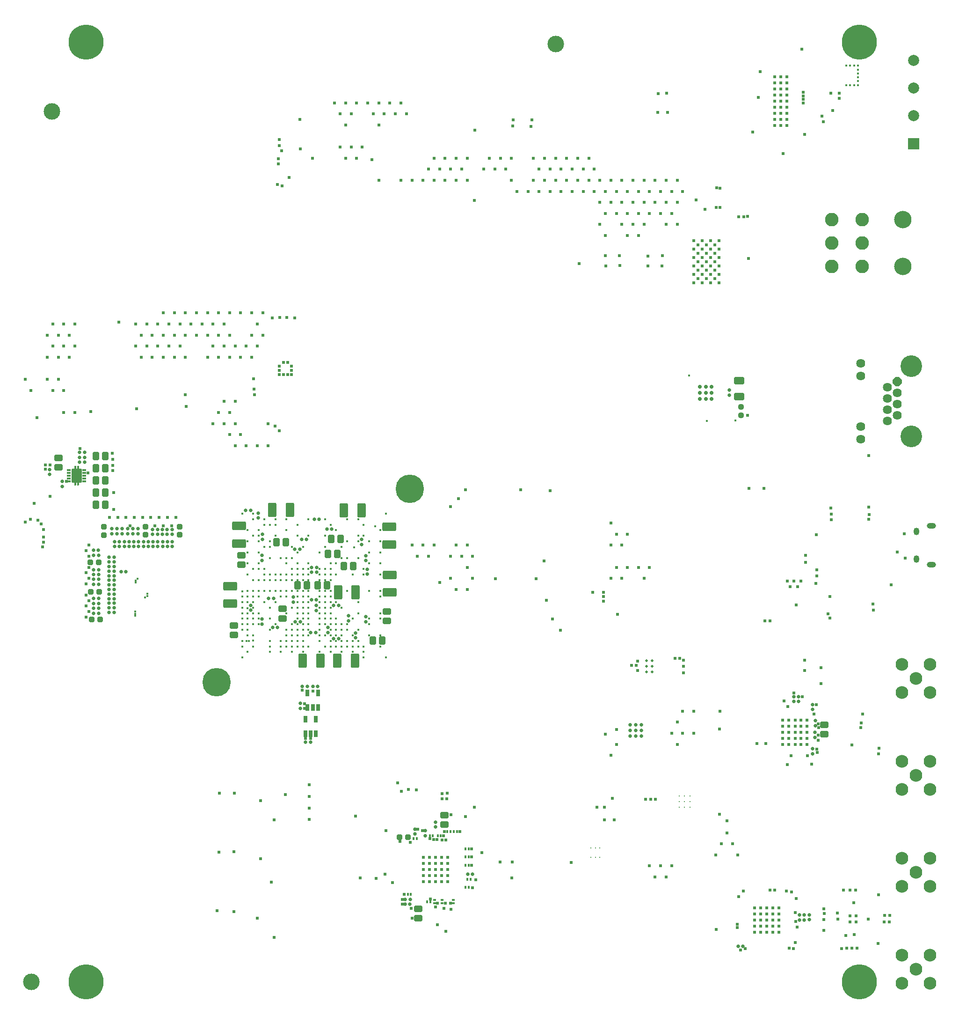
<source format=gbs>
G04*
G04 #@! TF.GenerationSoftware,Altium Limited,Altium Designer,20.1.11 (218)*
G04*
G04 Layer_Color=16711935*
%FSLAX24Y24*%
%MOIN*%
G70*
G04*
G04 #@! TF.SameCoordinates,C20E3654-7A5B-4E15-AF0D-48D46733EB80*
G04*
G04*
G04 #@! TF.FilePolarity,Negative*
G04*
G01*
G75*
G04:AMPARAMS|DCode=108|XSize=24mil|YSize=24mil|CornerRadius=8mil|HoleSize=0mil|Usage=FLASHONLY|Rotation=180.000|XOffset=0mil|YOffset=0mil|HoleType=Round|Shape=RoundedRectangle|*
%AMROUNDEDRECTD108*
21,1,0.0240,0.0080,0,0,180.0*
21,1,0.0080,0.0240,0,0,180.0*
1,1,0.0160,-0.0040,0.0040*
1,1,0.0160,0.0040,0.0040*
1,1,0.0160,0.0040,-0.0040*
1,1,0.0160,-0.0040,-0.0040*
%
%ADD108ROUNDEDRECTD108*%
G04:AMPARAMS|DCode=110|XSize=24mil|YSize=24mil|CornerRadius=8mil|HoleSize=0mil|Usage=FLASHONLY|Rotation=90.000|XOffset=0mil|YOffset=0mil|HoleType=Round|Shape=RoundedRectangle|*
%AMROUNDEDRECTD110*
21,1,0.0240,0.0080,0,0,90.0*
21,1,0.0080,0.0240,0,0,90.0*
1,1,0.0160,0.0040,0.0040*
1,1,0.0160,0.0040,-0.0040*
1,1,0.0160,-0.0040,-0.0040*
1,1,0.0160,-0.0040,0.0040*
%
%ADD110ROUNDEDRECTD110*%
G04:AMPARAMS|DCode=115|XSize=59mil|YSize=47mil|CornerRadius=10mil|HoleSize=0mil|Usage=FLASHONLY|Rotation=90.000|XOffset=0mil|YOffset=0mil|HoleType=Round|Shape=RoundedRectangle|*
%AMROUNDEDRECTD115*
21,1,0.0590,0.0271,0,0,90.0*
21,1,0.0391,0.0470,0,0,90.0*
1,1,0.0199,0.0135,0.0195*
1,1,0.0199,0.0135,-0.0195*
1,1,0.0199,-0.0135,-0.0195*
1,1,0.0199,-0.0135,0.0195*
%
%ADD115ROUNDEDRECTD115*%
G04:AMPARAMS|DCode=120|XSize=102.4mil|YSize=63.1mil|CornerRadius=13.8mil|HoleSize=0mil|Usage=FLASHONLY|Rotation=0.000|XOffset=0mil|YOffset=0mil|HoleType=Round|Shape=RoundedRectangle|*
%AMROUNDEDRECTD120*
21,1,0.1024,0.0354,0,0,0.0*
21,1,0.0748,0.0631,0,0,0.0*
1,1,0.0276,0.0374,-0.0177*
1,1,0.0276,-0.0374,-0.0177*
1,1,0.0276,-0.0374,0.0177*
1,1,0.0276,0.0374,0.0177*
%
%ADD120ROUNDEDRECTD120*%
G04:AMPARAMS|DCode=122|XSize=39mil|YSize=38mil|CornerRadius=8mil|HoleSize=0mil|Usage=FLASHONLY|Rotation=180.000|XOffset=0mil|YOffset=0mil|HoleType=Round|Shape=RoundedRectangle|*
%AMROUNDEDRECTD122*
21,1,0.0390,0.0221,0,0,180.0*
21,1,0.0231,0.0380,0,0,180.0*
1,1,0.0159,-0.0116,0.0111*
1,1,0.0159,0.0116,0.0111*
1,1,0.0159,0.0116,-0.0111*
1,1,0.0159,-0.0116,-0.0111*
%
%ADD122ROUNDEDRECTD122*%
G04:AMPARAMS|DCode=123|XSize=102.4mil|YSize=63.1mil|CornerRadius=13.8mil|HoleSize=0mil|Usage=FLASHONLY|Rotation=270.000|XOffset=0mil|YOffset=0mil|HoleType=Round|Shape=RoundedRectangle|*
%AMROUNDEDRECTD123*
21,1,0.1024,0.0354,0,0,270.0*
21,1,0.0748,0.0631,0,0,270.0*
1,1,0.0276,-0.0177,-0.0374*
1,1,0.0276,-0.0177,0.0374*
1,1,0.0276,0.0177,0.0374*
1,1,0.0276,0.0177,-0.0374*
%
%ADD123ROUNDEDRECTD123*%
G04:AMPARAMS|DCode=133|XSize=75mil|YSize=51mil|CornerRadius=10mil|HoleSize=0mil|Usage=FLASHONLY|Rotation=0.000|XOffset=0mil|YOffset=0mil|HoleType=Round|Shape=RoundedRectangle|*
%AMROUNDEDRECTD133*
21,1,0.0750,0.0310,0,0,0.0*
21,1,0.0550,0.0510,0,0,0.0*
1,1,0.0200,0.0275,-0.0155*
1,1,0.0200,-0.0275,-0.0155*
1,1,0.0200,-0.0275,0.0155*
1,1,0.0200,0.0275,0.0155*
%
%ADD133ROUNDEDRECTD133*%
G04:AMPARAMS|DCode=141|XSize=59mil|YSize=47mil|CornerRadius=10mil|HoleSize=0mil|Usage=FLASHONLY|Rotation=0.000|XOffset=0mil|YOffset=0mil|HoleType=Round|Shape=RoundedRectangle|*
%AMROUNDEDRECTD141*
21,1,0.0590,0.0271,0,0,0.0*
21,1,0.0391,0.0470,0,0,0.0*
1,1,0.0199,0.0195,-0.0135*
1,1,0.0199,-0.0195,-0.0135*
1,1,0.0199,-0.0195,0.0135*
1,1,0.0199,0.0195,0.0135*
%
%ADD141ROUNDEDRECTD141*%
G04:AMPARAMS|DCode=156|XSize=39mil|YSize=38mil|CornerRadius=11mil|HoleSize=0mil|Usage=FLASHONLY|Rotation=270.000|XOffset=0mil|YOffset=0mil|HoleType=Round|Shape=RoundedRectangle|*
%AMROUNDEDRECTD156*
21,1,0.0390,0.0160,0,0,270.0*
21,1,0.0170,0.0380,0,0,270.0*
1,1,0.0220,-0.0080,-0.0085*
1,1,0.0220,-0.0080,0.0085*
1,1,0.0220,0.0080,0.0085*
1,1,0.0220,0.0080,-0.0085*
%
%ADD156ROUNDEDRECTD156*%
%ADD179C,0.1181*%
%ADD183R,0.0790X0.0790*%
%ADD184C,0.0790*%
%ADD185C,0.2496*%
%ADD186C,0.0906*%
%ADD187C,0.2024*%
%ADD188C,0.1240*%
%ADD189C,0.0970*%
%ADD190C,0.0276*%
G04:AMPARAMS|DCode=191|XSize=41.3mil|YSize=65mil|CornerRadius=20.7mil|HoleSize=0mil|Usage=FLASHONLY|Rotation=270.000|XOffset=0mil|YOffset=0mil|HoleType=Round|Shape=RoundedRectangle|*
%AMROUNDEDRECTD191*
21,1,0.0413,0.0236,0,0,270.0*
21,1,0.0000,0.0650,0,0,270.0*
1,1,0.0413,-0.0118,0.0000*
1,1,0.0413,-0.0118,0.0000*
1,1,0.0413,0.0118,0.0000*
1,1,0.0413,0.0118,0.0000*
%
%ADD191ROUNDEDRECTD191*%
G04:AMPARAMS|DCode=192|XSize=53.1mil|YSize=41.3mil|CornerRadius=20.7mil|HoleSize=0mil|Usage=FLASHONLY|Rotation=270.000|XOffset=0mil|YOffset=0mil|HoleType=Round|Shape=RoundedRectangle|*
%AMROUNDEDRECTD192*
21,1,0.0531,0.0000,0,0,270.0*
21,1,0.0118,0.0413,0,0,270.0*
1,1,0.0413,0.0000,-0.0059*
1,1,0.0413,0.0000,0.0059*
1,1,0.0413,0.0000,0.0059*
1,1,0.0413,0.0000,-0.0059*
%
%ADD192ROUNDEDRECTD192*%
%ADD193C,0.0640*%
%ADD194P,0.0693X8X112.5*%
%ADD195C,0.1540*%
%ADD196C,0.0237*%
%ADD197C,0.0160*%
%ADD198C,0.0240*%
%ADD199C,0.0118*%
%ADD200C,0.0260*%
%ADD201C,0.0197*%
%ADD290R,0.0291X0.0469*%
G04:AMPARAMS|DCode=291|XSize=100mil|YSize=70.5mil|CornerRadius=4.4mil|HoleSize=0mil|Usage=FLASHONLY|Rotation=90.000|XOffset=0mil|YOffset=0mil|HoleType=Round|Shape=RoundedRectangle|*
%AMROUNDEDRECTD291*
21,1,0.1000,0.0617,0,0,90.0*
21,1,0.0912,0.0705,0,0,90.0*
1,1,0.0088,0.0309,0.0456*
1,1,0.0088,0.0309,-0.0456*
1,1,0.0088,-0.0309,-0.0456*
1,1,0.0088,-0.0309,0.0456*
%
%ADD291ROUNDEDRECTD291*%
G04:AMPARAMS|DCode=292|XSize=15mil|YSize=29.1mil|CornerRadius=4.7mil|HoleSize=0mil|Usage=FLASHONLY|Rotation=90.000|XOffset=0mil|YOffset=0mil|HoleType=Round|Shape=RoundedRectangle|*
%AMROUNDEDRECTD292*
21,1,0.0150,0.0197,0,0,90.0*
21,1,0.0056,0.0291,0,0,90.0*
1,1,0.0094,0.0099,0.0028*
1,1,0.0094,0.0099,-0.0028*
1,1,0.0094,-0.0099,-0.0028*
1,1,0.0094,-0.0099,0.0028*
%
%ADD292ROUNDEDRECTD292*%
G04:AMPARAMS|DCode=293|XSize=39mil|YSize=38mil|CornerRadius=8mil|HoleSize=0mil|Usage=FLASHONLY|Rotation=90.000|XOffset=0mil|YOffset=0mil|HoleType=Round|Shape=RoundedRectangle|*
%AMROUNDEDRECTD293*
21,1,0.0390,0.0221,0,0,90.0*
21,1,0.0231,0.0380,0,0,90.0*
1,1,0.0159,0.0111,0.0116*
1,1,0.0159,0.0111,-0.0116*
1,1,0.0159,-0.0111,-0.0116*
1,1,0.0159,-0.0111,0.0116*
%
%ADD293ROUNDEDRECTD293*%
%ADD294R,0.0160X0.0220*%
%ADD295R,0.0220X0.0160*%
G36*
X5379Y38725D02*
X5380D01*
X5381Y38725D01*
X5382Y38725D01*
X5383Y38725D01*
X5384Y38725D01*
X5385Y38724D01*
X5386Y38724D01*
X5387Y38724D01*
X5388Y38723D01*
X5395Y38720D01*
X5396Y38720D01*
X5397Y38720D01*
X5398Y38719D01*
X5399Y38718D01*
X5400Y38718D01*
X5401Y38717D01*
X5402Y38717D01*
X5403Y38716D01*
X5403Y38715D01*
X5404Y38714D01*
X5410Y38709D01*
X5410Y38708D01*
X5411Y38707D01*
X5412Y38706D01*
X5413Y38706D01*
X5413Y38705D01*
X5414Y38704D01*
X5414Y38703D01*
X5415Y38702D01*
X5415Y38701D01*
X5416Y38700D01*
X5419Y38693D01*
X5419Y38692D01*
X5419Y38691D01*
X5420Y38690D01*
X5420Y38689D01*
X5420Y38688D01*
X5420Y38686D01*
X5421Y38685D01*
X5421Y38684D01*
Y38683D01*
X5421Y38682D01*
Y38678D01*
Y37379D01*
Y37375D01*
X5421Y37374D01*
Y37373D01*
X5421Y37372D01*
X5420Y37371D01*
X5420Y37370D01*
X5420Y37369D01*
X5420Y37368D01*
X5419Y37367D01*
X5419Y37366D01*
X5419Y37365D01*
X5416Y37357D01*
X5415Y37356D01*
X5415Y37355D01*
X5414Y37354D01*
X5414Y37353D01*
X5413Y37353D01*
X5413Y37352D01*
X5412Y37351D01*
X5411Y37350D01*
X5410Y37349D01*
X5410Y37348D01*
X5404Y37343D01*
X5403Y37342D01*
X5403Y37341D01*
X5402Y37341D01*
X5401Y37340D01*
X5400Y37339D01*
X5399Y37339D01*
X5398Y37338D01*
X5397Y37338D01*
X5396Y37337D01*
X5395Y37337D01*
X5388Y37334D01*
X5387Y37333D01*
X5386Y37333D01*
X5385Y37333D01*
X5384Y37332D01*
X5383Y37332D01*
X5382Y37332D01*
X5381Y37332D01*
X5380Y37332D01*
X5378D01*
X5377Y37332D01*
X5311D01*
X5309Y37332D01*
X5308D01*
X5307Y37332D01*
X5306Y37332D01*
X5305Y37332D01*
X5304Y37332D01*
X5303Y37333D01*
X5302Y37333D01*
X5301Y37333D01*
X5300Y37334D01*
X5293Y37337D01*
X5292Y37337D01*
X5291Y37338D01*
X5290Y37338D01*
X5289Y37339D01*
X5288Y37339D01*
X5287Y37340D01*
X5286Y37341D01*
X5285Y37341D01*
X5285Y37342D01*
X5284Y37343D01*
X5278Y37348D01*
X5278Y37349D01*
X5277Y37350D01*
X5276Y37351D01*
X5275Y37352D01*
X5275Y37353D01*
X5274Y37353D01*
X5274Y37354D01*
X5273Y37355D01*
X5273Y37356D01*
X5272Y37357D01*
X5269Y37365D01*
X5269Y37366D01*
X5268Y37367D01*
X5268Y37368D01*
X5268Y37369D01*
X5268Y37370D01*
X5267Y37371D01*
X5267Y37372D01*
X5267Y37373D01*
Y37374D01*
X5267Y37375D01*
Y37379D01*
Y38678D01*
Y38682D01*
X5267Y38683D01*
Y38684D01*
X5267Y38685D01*
X5267Y38686D01*
X5268Y38688D01*
X5268Y38689D01*
X5268Y38690D01*
X5268Y38691D01*
X5269Y38692D01*
X5269Y38693D01*
X5272Y38700D01*
X5273Y38701D01*
X5273Y38702D01*
X5274Y38703D01*
X5274Y38704D01*
X5275Y38705D01*
X5275Y38706D01*
X5276Y38706D01*
X5277Y38707D01*
X5277Y38708D01*
X5278Y38709D01*
X5284Y38714D01*
X5285Y38715D01*
X5285Y38716D01*
X5286Y38717D01*
X5287Y38717D01*
X5288Y38718D01*
X5289Y38718D01*
X5290Y38719D01*
X5291Y38720D01*
X5292Y38720D01*
X5293Y38720D01*
X5300Y38723D01*
X5301Y38724D01*
X5302Y38724D01*
X5303Y38724D01*
X5304Y38725D01*
X5305Y38725D01*
X5306Y38725D01*
X5307Y38725D01*
X5308Y38725D01*
X5309D01*
X5311Y38726D01*
X5377D01*
X5379Y38725D01*
D02*
G37*
G36*
X5182D02*
X5183D01*
X5184Y38725D01*
X5185Y38725D01*
X5186Y38725D01*
X5187Y38725D01*
X5188Y38724D01*
X5189Y38724D01*
X5190Y38724D01*
X5191Y38723D01*
X5198Y38720D01*
X5199Y38720D01*
X5200Y38720D01*
X5201Y38719D01*
X5202Y38718D01*
X5203Y38718D01*
X5204Y38717D01*
X5205Y38717D01*
X5206Y38716D01*
X5207Y38715D01*
X5207Y38714D01*
X5213Y38709D01*
X5214Y38708D01*
X5214Y38707D01*
X5215Y38706D01*
X5216Y38706D01*
X5216Y38705D01*
X5217Y38704D01*
X5217Y38703D01*
X5218Y38702D01*
X5218Y38701D01*
X5219Y38700D01*
X5222Y38693D01*
X5222Y38692D01*
X5223Y38691D01*
X5223Y38690D01*
X5223Y38689D01*
X5223Y38688D01*
X5224Y38686D01*
X5224Y38685D01*
X5224Y38684D01*
Y38683D01*
X5224Y38682D01*
Y38678D01*
Y37379D01*
Y37375D01*
X5224Y37374D01*
Y37373D01*
X5224Y37372D01*
X5224Y37371D01*
X5223Y37370D01*
X5223Y37369D01*
X5223Y37368D01*
X5223Y37367D01*
X5222Y37366D01*
X5222Y37365D01*
X5219Y37357D01*
X5218Y37356D01*
X5218Y37355D01*
X5217Y37354D01*
X5217Y37353D01*
X5216Y37353D01*
X5216Y37352D01*
X5215Y37351D01*
X5214Y37350D01*
X5214Y37349D01*
X5213Y37348D01*
X5207Y37343D01*
X5207Y37342D01*
X5206Y37341D01*
X5205Y37341D01*
X5204Y37340D01*
X5203Y37339D01*
X5202Y37339D01*
X5201Y37338D01*
X5200Y37338D01*
X5199Y37337D01*
X5198Y37337D01*
X5191Y37334D01*
X5190Y37333D01*
X5189Y37333D01*
X5188Y37333D01*
X5187Y37332D01*
X5186Y37332D01*
X5185Y37332D01*
X5184Y37332D01*
X5183Y37332D01*
X5182D01*
X5181Y37332D01*
X5114D01*
X5113Y37332D01*
X5112D01*
X5110Y37332D01*
X5109Y37332D01*
X5108Y37332D01*
X5107Y37332D01*
X5106Y37333D01*
X5105Y37333D01*
X5104Y37333D01*
X5103Y37334D01*
X5096Y37337D01*
X5095Y37337D01*
X5094Y37338D01*
X5093Y37338D01*
X5092Y37339D01*
X5091Y37339D01*
X5090Y37340D01*
X5089Y37341D01*
X5088Y37341D01*
X5088Y37342D01*
X5087Y37343D01*
X5081Y37348D01*
X5081Y37349D01*
X5080Y37350D01*
X5079Y37351D01*
X5079Y37352D01*
X5078Y37353D01*
X5077Y37353D01*
X5077Y37354D01*
X5076Y37355D01*
X5076Y37356D01*
X5075Y37357D01*
X5072Y37365D01*
X5072Y37366D01*
X5072Y37367D01*
X5071Y37368D01*
X5071Y37369D01*
X5071Y37370D01*
X5071Y37371D01*
X5071Y37372D01*
X5070Y37373D01*
Y37374D01*
X5070Y37375D01*
Y37379D01*
Y38678D01*
Y38682D01*
X5070Y38683D01*
Y38684D01*
X5071Y38685D01*
X5071Y38686D01*
X5071Y38688D01*
X5071Y38689D01*
X5071Y38690D01*
X5072Y38691D01*
X5072Y38692D01*
X5072Y38693D01*
X5075Y38700D01*
X5076Y38701D01*
X5076Y38702D01*
X5077Y38703D01*
X5077Y38704D01*
X5078Y38705D01*
X5079Y38706D01*
X5079Y38706D01*
X5080Y38707D01*
X5081Y38708D01*
X5081Y38709D01*
X5087Y38714D01*
X5088Y38715D01*
X5088Y38716D01*
X5089Y38717D01*
X5090Y38717D01*
X5091Y38718D01*
X5092Y38718D01*
X5093Y38719D01*
X5094Y38720D01*
X5095Y38720D01*
X5096Y38720D01*
X5103Y38723D01*
X5104Y38724D01*
X5105Y38724D01*
X5106Y38724D01*
X5107Y38725D01*
X5108Y38725D01*
X5109Y38725D01*
X5110Y38725D01*
X5112Y38725D01*
X5113D01*
X5114Y38726D01*
X5181D01*
X5182Y38725D01*
D02*
G37*
D108*
X57452Y6411D02*
D03*
Y6761D02*
D03*
X30097Y12749D02*
D03*
Y12399D02*
D03*
X9663Y33320D02*
D03*
Y32970D02*
D03*
X9321D02*
D03*
Y33320D02*
D03*
X12057Y32970D02*
D03*
Y33320D02*
D03*
X10005Y32970D02*
D03*
Y33320D02*
D03*
X10347D02*
D03*
Y32970D02*
D03*
X10689Y33320D02*
D03*
Y32970D02*
D03*
X11031Y33320D02*
D03*
Y32970D02*
D03*
X8979Y33320D02*
D03*
Y32970D02*
D03*
X11373Y33320D02*
D03*
Y32970D02*
D03*
X11715D02*
D03*
Y33320D02*
D03*
X8637Y32970D02*
D03*
Y33320D02*
D03*
X21195Y21456D02*
D03*
Y21806D02*
D03*
X8879Y33896D02*
D03*
Y34246D02*
D03*
X9618Y33896D02*
D03*
Y34246D02*
D03*
X8496Y33896D02*
D03*
Y34246D02*
D03*
X7732Y33896D02*
D03*
Y34246D02*
D03*
X8114Y33896D02*
D03*
Y34246D02*
D03*
X9261Y33896D02*
D03*
Y34246D02*
D03*
X3328Y38111D02*
D03*
Y38461D02*
D03*
X4220Y37602D02*
D03*
Y37252D02*
D03*
X11349Y33849D02*
D03*
Y34199D02*
D03*
X7953Y33320D02*
D03*
Y32970D02*
D03*
X11698Y34199D02*
D03*
Y33849D02*
D03*
X12061Y34200D02*
D03*
Y33850D02*
D03*
X8295Y33320D02*
D03*
Y32970D02*
D03*
X11000Y34199D02*
D03*
Y33849D02*
D03*
X10652Y34199D02*
D03*
Y33849D02*
D03*
X18170Y35364D02*
D03*
Y35014D02*
D03*
X25864Y27978D02*
D03*
Y27628D02*
D03*
X25556Y33135D02*
D03*
Y33485D02*
D03*
X25848Y31978D02*
D03*
Y32329D02*
D03*
X25938Y31368D02*
D03*
Y31018D02*
D03*
X18492Y33491D02*
D03*
Y33841D02*
D03*
X18452Y31990D02*
D03*
Y32340D02*
D03*
X17658Y28790D02*
D03*
Y28440D02*
D03*
X20697Y29035D02*
D03*
Y29385D02*
D03*
X22325Y28777D02*
D03*
Y28427D02*
D03*
X18458Y27817D02*
D03*
Y27467D02*
D03*
X23144Y27208D02*
D03*
Y26858D02*
D03*
X25121Y26478D02*
D03*
Y26828D02*
D03*
X24605Y27699D02*
D03*
Y28049D02*
D03*
X51744Y44106D02*
D03*
Y43756D02*
D03*
X57681Y18581D02*
D03*
Y18231D02*
D03*
X57688Y21381D02*
D03*
Y21731D02*
D03*
X56698Y21941D02*
D03*
Y22291D02*
D03*
X56336Y22289D02*
D03*
Y21939D02*
D03*
X57864Y19397D02*
D03*
Y19747D02*
D03*
X57871Y20572D02*
D03*
Y20222D02*
D03*
X30830Y13352D02*
D03*
Y13002D02*
D03*
X29341Y12862D02*
D03*
Y12512D02*
D03*
D110*
X52366Y4510D02*
D03*
X52716D02*
D03*
X56748Y6761D02*
D03*
X57098D02*
D03*
X56748Y6400D02*
D03*
X57098D02*
D03*
X28997Y7514D02*
D03*
X28647D02*
D03*
X21677Y23009D02*
D03*
X21327D02*
D03*
X22079Y23021D02*
D03*
X22429D02*
D03*
X21549Y19043D02*
D03*
X21899D02*
D03*
X5808Y39691D02*
D03*
X5458D02*
D03*
X5808Y38972D02*
D03*
X5458D02*
D03*
Y39331D02*
D03*
X5808D02*
D03*
X7903Y31227D02*
D03*
X7553D02*
D03*
Y28288D02*
D03*
X7903D02*
D03*
X7553Y29595D02*
D03*
X7903D02*
D03*
X7553Y28615D02*
D03*
X7903D02*
D03*
X7553Y32207D02*
D03*
X7903D02*
D03*
Y28941D02*
D03*
X7553D02*
D03*
Y29268D02*
D03*
X7903D02*
D03*
X8753Y31186D02*
D03*
X8403D02*
D03*
X7553Y31880D02*
D03*
X7903D02*
D03*
X7553Y31554D02*
D03*
X7903D02*
D03*
Y30901D02*
D03*
X7553D02*
D03*
Y30574D02*
D03*
X7903D02*
D03*
Y30248D02*
D03*
X7553D02*
D03*
X7903Y29921D02*
D03*
X7553D02*
D03*
X6448Y32715D02*
D03*
X6798D02*
D03*
X6454Y32358D02*
D03*
X6804D02*
D03*
X6451Y31327D02*
D03*
X6801D02*
D03*
X6455Y30988D02*
D03*
X6805D02*
D03*
X6455Y30642D02*
D03*
X6805D02*
D03*
X6452Y30296D02*
D03*
X6802D02*
D03*
X6455Y28229D02*
D03*
X6805D02*
D03*
X6455Y28576D02*
D03*
X6805D02*
D03*
X6455Y28921D02*
D03*
X6805D02*
D03*
X6453Y29275D02*
D03*
X6803D02*
D03*
X17295Y35553D02*
D03*
X17645D02*
D03*
X22528Y34905D02*
D03*
X22178D02*
D03*
X23423Y34221D02*
D03*
X23073D02*
D03*
X22340Y31499D02*
D03*
X21990D02*
D03*
X21983Y31142D02*
D03*
X22333D02*
D03*
X21140Y32769D02*
D03*
X20790D02*
D03*
X21974Y29170D02*
D03*
X22324D02*
D03*
X23909Y28784D02*
D03*
X23559D02*
D03*
X19279Y29288D02*
D03*
X18929D02*
D03*
X19201Y27223D02*
D03*
X19551D02*
D03*
X21174Y27624D02*
D03*
X20824D02*
D03*
X22279Y26846D02*
D03*
X21929D02*
D03*
X23912Y26428D02*
D03*
X23562D02*
D03*
X21630Y33476D02*
D03*
X21280D02*
D03*
X29001Y7867D02*
D03*
X28651D02*
D03*
X33461Y9637D02*
D03*
X33111D02*
D03*
D115*
X6602Y39403D02*
D03*
X7272D02*
D03*
X6603Y35945D02*
D03*
X7273D02*
D03*
X6602Y38543D02*
D03*
X7272D02*
D03*
X6602Y37684D02*
D03*
X7272D02*
D03*
X6602Y36825D02*
D03*
X7272D02*
D03*
X23820Y32449D02*
D03*
X23150D02*
D03*
X23386Y33516D02*
D03*
X24056D02*
D03*
X24953Y31584D02*
D03*
X24283D02*
D03*
X21659Y30202D02*
D03*
X20989D02*
D03*
X22415Y30202D02*
D03*
X23085D02*
D03*
X20143Y33283D02*
D03*
X19473D02*
D03*
X27023Y26282D02*
D03*
X26353D02*
D03*
D120*
X16166Y28904D02*
D03*
Y30164D02*
D03*
X16811Y33192D02*
D03*
Y34452D02*
D03*
X27563Y29702D02*
D03*
Y30962D02*
D03*
X27515Y33125D02*
D03*
Y34385D02*
D03*
D122*
X6908Y27773D02*
D03*
X6318D02*
D03*
X6211Y31841D02*
D03*
X6801D02*
D03*
X6262Y29764D02*
D03*
X6852D02*
D03*
X28855Y12274D02*
D03*
X28265D02*
D03*
D123*
X25128Y29707D02*
D03*
X23868D02*
D03*
X25078Y24860D02*
D03*
X23819D02*
D03*
X22616Y24845D02*
D03*
X21356D02*
D03*
X25535Y35541D02*
D03*
X24275D02*
D03*
X20446Y35573D02*
D03*
X19186D02*
D03*
D133*
X52441Y43650D02*
D03*
Y44790D02*
D03*
D141*
X3955Y38608D02*
D03*
Y39278D02*
D03*
X16996Y32341D02*
D03*
Y31671D02*
D03*
X16441Y27368D02*
D03*
Y26698D02*
D03*
X27341Y27674D02*
D03*
Y28344D02*
D03*
X19919Y28536D02*
D03*
Y27866D02*
D03*
X58506Y19603D02*
D03*
Y20273D02*
D03*
X31435Y13861D02*
D03*
Y13191D02*
D03*
X29583Y6521D02*
D03*
Y7191D02*
D03*
D156*
X52594Y42314D02*
D03*
Y42904D02*
D03*
D179*
X3487Y63949D02*
D03*
X39372Y68743D02*
D03*
X2000Y2000D02*
D03*
D183*
X64881Y61667D02*
D03*
D184*
Y63636D02*
D03*
Y65604D02*
D03*
Y67573D02*
D03*
D185*
X5906Y68898D02*
D03*
X61024D02*
D03*
Y1969D02*
D03*
X5906D02*
D03*
D186*
X65052Y2895D02*
D03*
X64052Y3895D02*
D03*
X66052D02*
D03*
Y1895D02*
D03*
X64052D02*
D03*
X65052Y9794D02*
D03*
X64052Y10794D02*
D03*
X66052D02*
D03*
Y8794D02*
D03*
X64052D02*
D03*
X65052Y23593D02*
D03*
X64052Y24593D02*
D03*
X66052D02*
D03*
Y22593D02*
D03*
X64052D02*
D03*
Y15694D02*
D03*
X66052D02*
D03*
Y17694D02*
D03*
X64052D02*
D03*
X65052Y16694D02*
D03*
D187*
X15205Y23312D02*
D03*
X28985Y37092D02*
D03*
D188*
X64104Y52933D02*
D03*
Y56240D02*
D03*
D189*
X59065Y52933D02*
D03*
Y54587D02*
D03*
Y56240D02*
D03*
X61230Y52933D02*
D03*
Y54587D02*
D03*
Y56240D02*
D03*
D190*
X50498Y43496D02*
D03*
X50077D02*
D03*
X49656D02*
D03*
X50498Y43917D02*
D03*
X50077D02*
D03*
X49656D02*
D03*
X50498Y44338D02*
D03*
X50077D02*
D03*
X49656D02*
D03*
D191*
X66146Y31699D02*
D03*
Y34455D02*
D03*
D192*
X65083Y32093D02*
D03*
Y34062D02*
D03*
D193*
X61122Y45134D02*
D03*
Y40634D02*
D03*
Y41534D02*
D03*
Y46034D02*
D03*
X63022Y41934D02*
D03*
Y42734D02*
D03*
Y43534D02*
D03*
Y44334D02*
D03*
X63722Y42334D02*
D03*
Y43134D02*
D03*
Y43934D02*
D03*
D194*
Y44734D02*
D03*
D195*
X64722Y40834D02*
D03*
Y45834D02*
D03*
D196*
X42864Y13511D02*
D03*
X42306Y14433D02*
D03*
X42842Y14423D02*
D03*
X60791Y6240D02*
D03*
X60358D02*
D03*
X60791Y6673D02*
D03*
X60358D02*
D03*
X53544Y5523D02*
D03*
Y5956D02*
D03*
Y6390D02*
D03*
Y6823D02*
D03*
Y7256D02*
D03*
X53977Y5523D02*
D03*
Y5956D02*
D03*
Y6390D02*
D03*
Y6823D02*
D03*
Y7256D02*
D03*
X54410Y5523D02*
D03*
Y5956D02*
D03*
Y6390D02*
D03*
Y6823D02*
D03*
Y7256D02*
D03*
X54843Y5523D02*
D03*
Y5956D02*
D03*
Y6390D02*
D03*
Y6823D02*
D03*
Y7256D02*
D03*
X55276Y5523D02*
D03*
Y5956D02*
D03*
Y6390D02*
D03*
Y6823D02*
D03*
Y7256D02*
D03*
X52537Y4240D02*
D03*
X52328Y5840D02*
D03*
X52325Y6091D02*
D03*
X54978Y8505D02*
D03*
X54641D02*
D03*
X55801Y8449D02*
D03*
X56303Y4359D02*
D03*
X56468Y6271D02*
D03*
X56592Y5885D02*
D03*
X56458Y6910D02*
D03*
X56170Y8399D02*
D03*
X59741Y4366D02*
D03*
X59464Y6888D02*
D03*
X59866Y8516D02*
D03*
X60126Y4383D02*
D03*
X60482Y4393D02*
D03*
X60638Y5351D02*
D03*
X60605Y7621D02*
D03*
X60340Y8509D02*
D03*
X62797Y6247D02*
D03*
X62807Y6712D02*
D03*
X50820Y5714D02*
D03*
X52422Y8047D02*
D03*
X56454Y4792D02*
D03*
X56502Y7935D02*
D03*
X59487Y6465D02*
D03*
X52881Y4355D02*
D03*
X52741Y8436D02*
D03*
X56012Y4387D02*
D03*
X58514Y6839D02*
D03*
X60865Y4381D02*
D03*
X60056Y5278D02*
D03*
X62391Y8184D02*
D03*
X60762Y8514D02*
D03*
X63152Y6242D02*
D03*
X63172Y6703D02*
D03*
X58496Y5661D02*
D03*
X58487Y6430D02*
D03*
X58493Y7188D02*
D03*
X62345Y4708D02*
D03*
X61651Y6455D02*
D03*
X6102Y33071D02*
D03*
X5906Y32677D02*
D03*
X6102Y32284D02*
D03*
Y31496D02*
D03*
X5906Y31102D02*
D03*
X6102Y30709D02*
D03*
X5906Y30315D02*
D03*
Y29528D02*
D03*
X6102Y29134D02*
D03*
X5906Y28740D02*
D03*
X6102Y28347D02*
D03*
X5906Y27953D02*
D03*
X12303Y35039D02*
D03*
X12008Y34449D02*
D03*
X11713Y35039D02*
D03*
X11417Y34449D02*
D03*
X11122Y35039D02*
D03*
X10827Y34449D02*
D03*
X10531Y35039D02*
D03*
X9941D02*
D03*
X9350D02*
D03*
X9055Y34449D02*
D03*
X8760Y35039D02*
D03*
X7874Y36811D02*
D03*
Y35630D02*
D03*
X8169Y35039D02*
D03*
X7579D02*
D03*
X18504Y49606D02*
D03*
X18110Y48819D02*
D03*
X18504Y48032D02*
D03*
X18110Y47244D02*
D03*
X17717Y49606D02*
D03*
Y48032D02*
D03*
X17323Y47244D02*
D03*
X17717Y46457D02*
D03*
X16929Y49606D02*
D03*
X16536Y47244D02*
D03*
X16929Y46457D02*
D03*
X16142Y49606D02*
D03*
X15748Y48819D02*
D03*
X16142Y48032D02*
D03*
X15748Y47244D02*
D03*
X16142Y46457D02*
D03*
X15354Y49606D02*
D03*
X14961Y48819D02*
D03*
X15354Y48032D02*
D03*
X14961Y47244D02*
D03*
X15354Y46457D02*
D03*
X14567Y49606D02*
D03*
X14173Y48819D02*
D03*
X14567Y48032D02*
D03*
Y46457D02*
D03*
X13780Y49606D02*
D03*
X13386Y48819D02*
D03*
X13780Y48032D02*
D03*
X12992Y49606D02*
D03*
X12599Y48819D02*
D03*
X12992Y48032D02*
D03*
X12599Y47244D02*
D03*
X12992Y46457D02*
D03*
X12205Y49606D02*
D03*
X11811Y48819D02*
D03*
X12205Y48032D02*
D03*
X11811Y47244D02*
D03*
X12205Y46457D02*
D03*
X11417Y49606D02*
D03*
X11024Y48819D02*
D03*
X11417Y48032D02*
D03*
X11024Y47244D02*
D03*
X11417Y46457D02*
D03*
X10236Y48819D02*
D03*
X10630Y48032D02*
D03*
X10236Y47244D02*
D03*
X10630Y46457D02*
D03*
X9449Y48819D02*
D03*
X9843Y48032D02*
D03*
X9449Y47244D02*
D03*
X9843Y46457D02*
D03*
X5118Y48819D02*
D03*
X4725Y48032D02*
D03*
X5118Y47244D02*
D03*
X4725Y46457D02*
D03*
X4331Y48819D02*
D03*
X3937Y48032D02*
D03*
X4331Y47244D02*
D03*
X3937Y46457D02*
D03*
X3543Y48819D02*
D03*
X3150Y48032D02*
D03*
X3543Y47244D02*
D03*
X3150Y46457D02*
D03*
X52772Y56452D02*
D03*
X52426Y56449D02*
D03*
X53055Y56470D02*
D03*
X47638Y10236D02*
D03*
X47244Y9449D02*
D03*
X46851Y10236D02*
D03*
X46457Y9449D02*
D03*
X46063Y10236D02*
D03*
X51080Y58489D02*
D03*
X50834Y58510D02*
D03*
X51080Y57116D02*
D03*
X50819Y57132D02*
D03*
X49397Y57640D02*
D03*
X50004Y56991D02*
D03*
X53108Y53500D02*
D03*
X46962Y52961D02*
D03*
X46994Y53680D02*
D03*
X45951Y53663D02*
D03*
Y52955D02*
D03*
X43945Y52982D02*
D03*
X43908Y53680D02*
D03*
X42907Y53690D02*
D03*
X42934Y52944D02*
D03*
X41046Y53116D02*
D03*
X43796Y28166D02*
D03*
X54291Y27679D02*
D03*
X54661Y27689D02*
D03*
X56530Y28822D02*
D03*
X61726Y35266D02*
D03*
X59007Y34888D02*
D03*
X58976Y35730D02*
D03*
X61685Y34925D02*
D03*
X61694Y35798D02*
D03*
X61969Y28872D02*
D03*
X62015Y28443D02*
D03*
X63707Y32588D02*
D03*
X63297Y30261D02*
D03*
X64272Y32159D02*
D03*
X64210Y33898D02*
D03*
X61667Y39441D02*
D03*
X53062Y42310D02*
D03*
X54209Y37118D02*
D03*
X53165Y37106D02*
D03*
X59015Y35283D02*
D03*
X56068Y30125D02*
D03*
X56621Y30132D02*
D03*
X55895Y30526D02*
D03*
X56351Y30533D02*
D03*
X56862Y30530D02*
D03*
X58775Y28196D02*
D03*
X58915Y29403D02*
D03*
X57948Y33834D02*
D03*
X57183Y32343D02*
D03*
X57183Y31861D02*
D03*
X57984Y31330D02*
D03*
X57990Y30894D02*
D03*
X57904Y30355D02*
D03*
X58900Y27899D02*
D03*
X43726Y19953D02*
D03*
X48425Y58268D02*
D03*
X48032Y55906D02*
D03*
X47244Y59055D02*
D03*
Y55906D02*
D03*
X46457Y59055D02*
D03*
X46851Y58268D02*
D03*
X46063D02*
D03*
X45669Y57480D02*
D03*
Y55906D02*
D03*
X44882Y59055D02*
D03*
X45276Y58268D02*
D03*
Y56693D02*
D03*
Y55118D02*
D03*
X44095Y59055D02*
D03*
X44488Y58268D02*
D03*
Y56693D02*
D03*
X44095Y55906D02*
D03*
X44488Y55118D02*
D03*
X43701Y58268D02*
D03*
X43307Y57480D02*
D03*
X43701Y18898D02*
D03*
X43307Y18110D02*
D03*
X42914Y58268D02*
D03*
Y56693D02*
D03*
X42520Y55906D02*
D03*
X42914Y55118D02*
D03*
X41732Y60630D02*
D03*
X42126Y59843D02*
D03*
Y58268D02*
D03*
X40945Y60630D02*
D03*
Y59055D02*
D03*
X41339Y58268D02*
D03*
X40551Y59843D02*
D03*
X40158Y59055D02*
D03*
X39370Y60630D02*
D03*
X39764Y59843D02*
D03*
X38583Y60630D02*
D03*
X38977Y59843D02*
D03*
X38583Y59055D02*
D03*
X38977Y58268D02*
D03*
X37795Y60630D02*
D03*
X38189Y59843D02*
D03*
Y58268D02*
D03*
X37402D02*
D03*
X36221Y60630D02*
D03*
X36614Y58268D02*
D03*
X35433Y60630D02*
D03*
X35827Y59843D02*
D03*
X34646Y60630D02*
D03*
X35040Y59843D02*
D03*
X34252D02*
D03*
X33071Y60630D02*
D03*
Y59055D02*
D03*
X32284Y60630D02*
D03*
X32677Y59843D02*
D03*
X32284Y59055D02*
D03*
X31496Y60630D02*
D03*
X31890Y59843D02*
D03*
X31496Y59055D02*
D03*
X30709Y60630D02*
D03*
X31102Y59843D02*
D03*
X30709Y59055D02*
D03*
X30315Y59843D02*
D03*
X29921Y59055D02*
D03*
X29134D02*
D03*
X28347D02*
D03*
X26772D02*
D03*
X22071Y22669D02*
D03*
X5118Y42520D02*
D03*
X3937Y44882D02*
D03*
X4331Y44095D02*
D03*
Y42520D02*
D03*
X3150Y44882D02*
D03*
X3543Y44095D02*
D03*
X1575Y44882D02*
D03*
X1969Y44095D02*
D03*
X21321Y22736D02*
D03*
X21468Y21451D02*
D03*
Y21801D02*
D03*
X37631Y62897D02*
D03*
X37674Y63361D02*
D03*
X36325Y62907D02*
D03*
X36346Y63339D02*
D03*
X33607Y62628D02*
D03*
X33576Y57627D02*
D03*
X47348Y63891D02*
D03*
X46644D02*
D03*
X47277Y65250D02*
D03*
X46687Y65234D02*
D03*
X53804Y64960D02*
D03*
X53399Y62476D02*
D03*
X55592Y60960D02*
D03*
X57123Y62312D02*
D03*
X58360Y63603D02*
D03*
X58463Y63206D02*
D03*
X59101Y64033D02*
D03*
X56910Y68378D02*
D03*
X53945Y66794D02*
D03*
X30822Y7328D02*
D03*
X33573Y14409D02*
D03*
X32941Y13764D02*
D03*
X31924Y13875D02*
D03*
X27761Y9056D02*
D03*
X29083Y7211D02*
D03*
X31564Y5584D02*
D03*
X30951Y6057D02*
D03*
X31429Y7211D02*
D03*
X31922Y7139D02*
D03*
X34112Y11169D02*
D03*
X36260Y9383D02*
D03*
X36267Y10524D02*
D03*
X35416D02*
D03*
X33698Y9241D02*
D03*
X33463Y8685D02*
D03*
X31605Y15010D02*
D03*
X31295Y15027D02*
D03*
X31662Y15404D02*
D03*
X31275Y15400D02*
D03*
X29454Y15646D02*
D03*
X28108Y16166D02*
D03*
X28867Y15697D02*
D03*
X28387Y15549D02*
D03*
X25130Y13778D02*
D03*
X27269Y12743D02*
D03*
X25433Y9375D02*
D03*
X26590Y9359D02*
D03*
X27203Y9649D02*
D03*
X28440Y7510D02*
D03*
X29133Y6514D02*
D03*
X28586Y8229D02*
D03*
X28444Y7864D02*
D03*
X30434Y7882D02*
D03*
X30964Y7587D02*
D03*
X31501Y7598D02*
D03*
X31872Y7591D02*
D03*
X33381Y10285D02*
D03*
Y10875D02*
D03*
Y11466D02*
D03*
X28274Y11991D02*
D03*
X29019Y11914D02*
D03*
X29548Y12866D02*
D03*
X29890Y12746D02*
D03*
X30408Y12174D02*
D03*
X31397Y12386D02*
D03*
X31458Y12690D02*
D03*
X32555Y12701D02*
D03*
X19890Y58651D02*
D03*
X38539Y31943D02*
D03*
X37972Y30683D02*
D03*
X38990Y36960D02*
D03*
X36892Y37017D02*
D03*
X32965Y37002D02*
D03*
X32449Y36385D02*
D03*
X31878Y35832D02*
D03*
X46063Y31496D02*
D03*
X45669Y30709D02*
D03*
X45276Y31496D02*
D03*
X44488D02*
D03*
X44095Y30709D02*
D03*
X43701Y31496D02*
D03*
X43307Y30709D02*
D03*
X44488Y33858D02*
D03*
X44095Y33071D02*
D03*
X43307Y34646D02*
D03*
X43701Y33858D02*
D03*
X43307Y33071D02*
D03*
X42014Y29735D02*
D03*
X42780Y29072D02*
D03*
X42793Y29433D02*
D03*
X42783Y29733D02*
D03*
X38722Y29165D02*
D03*
X39160Y27820D02*
D03*
X39699Y27011D02*
D03*
X51052Y19972D02*
D03*
X51067Y21253D02*
D03*
X48491Y24438D02*
D03*
X48474Y24889D02*
D03*
X48203Y25016D02*
D03*
X47889Y25011D02*
D03*
X51038Y13916D02*
D03*
X51598Y13462D02*
D03*
X51969Y11811D02*
D03*
X52362Y11024D02*
D03*
X51575Y12599D02*
D03*
X51181Y11811D02*
D03*
X50788Y11024D02*
D03*
X49213Y21260D02*
D03*
Y19685D02*
D03*
X48425Y21260D02*
D03*
X48032Y20473D02*
D03*
X48425Y19685D02*
D03*
X48032Y18898D02*
D03*
X47638Y19685D02*
D03*
X53708Y18955D02*
D03*
X54360Y18950D02*
D03*
X60491Y18841D02*
D03*
X62396Y18227D02*
D03*
X62399Y18612D02*
D03*
X61265Y21055D02*
D03*
X61120Y20078D02*
D03*
X61143Y20404D02*
D03*
X57612Y17500D02*
D03*
X55881Y17453D02*
D03*
X56133Y18093D02*
D03*
X57315Y18089D02*
D03*
X58106Y20095D02*
D03*
X58004Y18303D02*
D03*
X57980Y18542D02*
D03*
X58084Y19199D02*
D03*
X58092Y20342D02*
D03*
X58093Y19548D02*
D03*
X56957Y22298D02*
D03*
X56337Y22548D02*
D03*
X57950Y21704D02*
D03*
X57780Y21049D02*
D03*
X55912Y21576D02*
D03*
X55647Y21999D02*
D03*
X58269Y23232D02*
D03*
X58281Y24343D02*
D03*
X57109Y24161D02*
D03*
Y24874D02*
D03*
X35066Y30692D02*
D03*
X31115Y30424D02*
D03*
X33071Y33071D02*
D03*
X33465Y32284D02*
D03*
X33071Y31496D02*
D03*
X33465Y30709D02*
D03*
X33071Y29921D02*
D03*
X32284Y33071D02*
D03*
X32677Y32284D02*
D03*
X32284Y29921D02*
D03*
X31890Y32284D02*
D03*
Y30709D02*
D03*
X30709Y33071D02*
D03*
X29921D02*
D03*
X30315Y32284D02*
D03*
X29134Y33071D02*
D03*
X29528Y32284D02*
D03*
X4507Y37625D02*
D03*
X21824Y13539D02*
D03*
X21831Y14359D02*
D03*
X21811Y15185D02*
D03*
X21828Y16011D02*
D03*
X20127Y15334D02*
D03*
X18360Y14885D02*
D03*
X16495Y15421D02*
D03*
X15412Y15428D02*
D03*
X19331Y13520D02*
D03*
X16440Y11241D02*
D03*
X15371Y11235D02*
D03*
X18342Y10756D02*
D03*
X16458Y6988D02*
D03*
X15249Y7053D02*
D03*
X18101Y6502D02*
D03*
X19319Y5154D02*
D03*
X19129Y9096D02*
D03*
X25591Y61417D02*
D03*
X25197Y60630D02*
D03*
X24803Y61417D02*
D03*
X24410Y60630D02*
D03*
X24016Y61417D02*
D03*
X22047Y60630D02*
D03*
X21166Y61292D02*
D03*
X20398Y59239D02*
D03*
X19549Y58759D02*
D03*
X19612Y60211D02*
D03*
X19620Y60573D02*
D03*
X19850Y61141D02*
D03*
X19694Y61938D02*
D03*
X19683Y61510D02*
D03*
X21156Y63401D02*
D03*
X28347Y64567D02*
D03*
X28740Y63780D02*
D03*
X27559Y64567D02*
D03*
X27953Y63780D02*
D03*
X26772Y64567D02*
D03*
X27165Y63780D02*
D03*
X26772Y62992D02*
D03*
X25984Y64567D02*
D03*
X26378Y63780D02*
D03*
X25197Y64567D02*
D03*
X24410D02*
D03*
X24803Y63780D02*
D03*
X24410Y62992D02*
D03*
X23622Y64567D02*
D03*
X24016Y63780D02*
D03*
X26275Y60502D02*
D03*
X48032Y59055D02*
D03*
Y57480D02*
D03*
X47638Y58268D02*
D03*
X47244Y57480D02*
D03*
X47638Y56693D02*
D03*
X46457Y57480D02*
D03*
X46851Y56693D02*
D03*
X45669Y59055D02*
D03*
X46063Y56693D02*
D03*
X44882Y57480D02*
D03*
Y55906D02*
D03*
X44095Y57480D02*
D03*
X43307Y59055D02*
D03*
X43701Y56693D02*
D03*
X42520Y59055D02*
D03*
Y57480D02*
D03*
X41732Y59055D02*
D03*
X41339Y59843D02*
D03*
X40158Y60630D02*
D03*
X40551Y58268D02*
D03*
X39370Y59055D02*
D03*
X39764Y58268D02*
D03*
X37795Y59055D02*
D03*
X36221D02*
D03*
X8264Y48947D02*
D03*
X9522Y42800D02*
D03*
X12983Y43776D02*
D03*
X13032Y42943D02*
D03*
X21912Y19304D02*
D03*
X21546Y19302D02*
D03*
X19388Y41566D02*
D03*
X19698Y41206D02*
D03*
X17910Y43794D02*
D03*
X17887Y44201D02*
D03*
X17849Y44925D02*
D03*
X18898Y41732D02*
D03*
Y40158D02*
D03*
X18110D02*
D03*
X17323D02*
D03*
X16536Y43307D02*
D03*
Y41732D02*
D03*
X16929Y40945D02*
D03*
X16536Y40158D02*
D03*
X15748Y43307D02*
D03*
X16142Y42520D02*
D03*
X15748Y41732D02*
D03*
X16142Y40945D02*
D03*
X15354Y42520D02*
D03*
X14961Y41732D02*
D03*
X20789Y49254D02*
D03*
X19711Y49274D02*
D03*
X20225D02*
D03*
X19172Y49254D02*
D03*
X2408Y42166D02*
D03*
X6248Y42571D02*
D03*
X7815Y38400D02*
D03*
X7806Y38759D02*
D03*
X7803Y39179D02*
D03*
X7793Y39632D02*
D03*
X5485Y39940D02*
D03*
X6061Y38233D02*
D03*
X3000Y38475D02*
D03*
X3018Y38791D02*
D03*
X3348Y38782D02*
D03*
X2231Y36052D02*
D03*
X2883Y33658D02*
D03*
X2867Y33296D02*
D03*
X2820Y32957D02*
D03*
X2892Y34188D02*
D03*
X2724Y34597D02*
D03*
X2470Y34851D02*
D03*
X1963Y34909D02*
D03*
X1579Y34712D02*
D03*
X3332Y36561D02*
D03*
X19693Y45226D02*
D03*
Y45803D02*
D03*
X20270Y45226D02*
D03*
X20559D02*
D03*
Y45803D02*
D03*
X20270Y46091D02*
D03*
X19693Y45514D02*
D03*
X20559D02*
D03*
X19982Y45226D02*
D03*
Y46091D02*
D03*
X54996Y66417D02*
D03*
X55429D02*
D03*
X55862D02*
D03*
X54996Y65984D02*
D03*
X55429D02*
D03*
X55862D02*
D03*
X54996Y65550D02*
D03*
X55429D02*
D03*
X55862D02*
D03*
X54996Y65117D02*
D03*
X55429D02*
D03*
X55862D02*
D03*
X54996Y64684D02*
D03*
X55429D02*
D03*
X55862D02*
D03*
X54996Y64251D02*
D03*
X55429D02*
D03*
X55862D02*
D03*
X54996Y63818D02*
D03*
X55429D02*
D03*
X55862D02*
D03*
X54996Y63385D02*
D03*
X55429D02*
D03*
X55862D02*
D03*
X54996Y62952D02*
D03*
X55429D02*
D03*
X55862D02*
D03*
X59572Y64878D02*
D03*
X58966Y65239D02*
D03*
X59572Y65239D02*
D03*
X57001Y64549D02*
D03*
Y64807D02*
D03*
Y65065D02*
D03*
X57012Y65323D02*
D03*
X57298Y20633D02*
D03*
Y20200D02*
D03*
Y19767D02*
D03*
Y19334D02*
D03*
Y18901D02*
D03*
X56865Y20633D02*
D03*
Y20200D02*
D03*
Y19767D02*
D03*
Y19334D02*
D03*
Y18901D02*
D03*
X56432Y20633D02*
D03*
Y20200D02*
D03*
Y19767D02*
D03*
Y19334D02*
D03*
Y18901D02*
D03*
X55998Y20633D02*
D03*
Y20200D02*
D03*
Y19767D02*
D03*
Y19334D02*
D03*
Y18901D02*
D03*
X55565Y20633D02*
D03*
Y20200D02*
D03*
Y19767D02*
D03*
Y19334D02*
D03*
Y18901D02*
D03*
X48469Y23997D02*
D03*
X45212Y24816D02*
D03*
Y24149D02*
D03*
X45126Y24508D02*
D03*
X44783Y24515D02*
D03*
X31291Y12096D02*
D03*
X31536Y12070D02*
D03*
X30931Y12104D02*
D03*
X30677D02*
D03*
X31670Y10852D02*
D03*
Y10419D02*
D03*
Y9986D02*
D03*
Y9553D02*
D03*
Y9120D02*
D03*
X31237Y10852D02*
D03*
Y10419D02*
D03*
Y9986D02*
D03*
Y9553D02*
D03*
Y9120D02*
D03*
X30804Y10852D02*
D03*
Y10419D02*
D03*
Y9986D02*
D03*
Y9553D02*
D03*
Y9120D02*
D03*
X30371Y10852D02*
D03*
Y10419D02*
D03*
Y9986D02*
D03*
Y9553D02*
D03*
Y9120D02*
D03*
X29938Y10852D02*
D03*
Y10419D02*
D03*
Y9986D02*
D03*
Y9553D02*
D03*
Y9120D02*
D03*
X43410Y15039D02*
D03*
X43543Y13512D02*
D03*
X40490Y10501D02*
D03*
X45775Y14980D02*
D03*
X46133D02*
D03*
X46491D02*
D03*
X42911Y19606D02*
D03*
D197*
X60910Y66104D02*
D03*
Y65829D02*
D03*
X60085D02*
D03*
X60360D02*
D03*
X60910Y66655D02*
D03*
Y66380D02*
D03*
Y67205D02*
D03*
X60085D02*
D03*
X60360D02*
D03*
X60635Y65829D02*
D03*
Y67205D02*
D03*
X60910Y66930D02*
D03*
X17818Y28603D02*
D03*
X23336Y34530D02*
D03*
X25698Y33742D02*
D03*
X9592Y30679D02*
D03*
X9416Y28046D02*
D03*
X10115Y29344D02*
D03*
X10274Y29459D02*
D03*
X26880Y25868D02*
D03*
X19793Y25474D02*
D03*
X27273Y25081D02*
D03*
X17824Y28230D02*
D03*
X17431D02*
D03*
X9402Y28349D02*
D03*
Y28199D02*
D03*
X17506Y26258D02*
D03*
X17356D02*
D03*
X18218Y29411D02*
D03*
X17824D02*
D03*
X10274Y29609D02*
D03*
X9465Y30404D02*
D03*
Y30554D02*
D03*
X20974Y34530D02*
D03*
X24517Y34923D02*
D03*
X50162Y41917D02*
D03*
X17037Y26262D02*
D03*
X17399Y28598D02*
D03*
X17431Y25474D02*
D03*
X17037Y28624D02*
D03*
Y29018D02*
D03*
X19006Y33349D02*
D03*
X19399Y30593D02*
D03*
X19793Y30986D02*
D03*
X20187Y26656D02*
D03*
Y25868D02*
D03*
X21368Y32955D02*
D03*
X22549Y30986D02*
D03*
X26880Y32561D02*
D03*
X25698Y25868D02*
D03*
X25305Y26262D02*
D03*
X24124Y27049D02*
D03*
Y27443D02*
D03*
X23336Y29411D02*
D03*
Y31774D02*
D03*
X17037Y28230D02*
D03*
X19006Y30986D02*
D03*
X20187Y27049D02*
D03*
X20974D02*
D03*
X21368Y31380D02*
D03*
Y27443D02*
D03*
X22943Y34923D02*
D03*
X26514Y34424D02*
D03*
X24517Y29805D02*
D03*
X23730Y25868D02*
D03*
X23336Y28624D02*
D03*
X22943Y25868D02*
D03*
Y29805D02*
D03*
X18218Y33349D02*
D03*
X17824Y33742D02*
D03*
X19399Y27443D02*
D03*
X20974Y32561D02*
D03*
X21761Y30593D02*
D03*
X22549Y29018D02*
D03*
Y26656D02*
D03*
X26880Y28230D02*
D03*
X26092Y27443D02*
D03*
X25698Y25474D02*
D03*
X24517Y32167D02*
D03*
X23730Y31774D02*
D03*
Y34136D02*
D03*
X23336Y29018D02*
D03*
X18612Y30986D02*
D03*
X17824Y31380D02*
D03*
X17431Y29018D02*
D03*
X19006Y32955D02*
D03*
X19399Y34530D02*
D03*
Y33742D02*
D03*
X20187Y29411D02*
D03*
X20580Y32167D02*
D03*
Y29805D02*
D03*
Y27049D02*
D03*
X20974Y27443D02*
D03*
X25305Y34923D02*
D03*
X24911Y25474D02*
D03*
X23336Y26656D02*
D03*
X22943Y30986D02*
D03*
X17824Y29805D02*
D03*
X17822Y26277D02*
D03*
X17431Y29805D02*
D03*
X19006Y34530D02*
D03*
Y29805D02*
D03*
X19399Y34923D02*
D03*
Y29805D02*
D03*
X19793Y30593D02*
D03*
Y26262D02*
D03*
X20187Y34136D02*
D03*
Y30593D02*
D03*
X21368D02*
D03*
Y26656D02*
D03*
X24517Y25868D02*
D03*
Y33349D02*
D03*
X23336Y30593D02*
D03*
X22943Y28624D02*
D03*
X17037Y25081D02*
D03*
X20580Y25868D02*
D03*
X20974Y31774D02*
D03*
X21368Y29018D02*
D03*
Y27049D02*
D03*
Y25868D02*
D03*
X22549Y32561D02*
D03*
Y29411D02*
D03*
X26880Y31774D02*
D03*
X27273Y35317D02*
D03*
X26092Y29805D02*
D03*
X25698Y30986D02*
D03*
X25017Y32926D02*
D03*
X23730Y27837D02*
D03*
X17824Y26656D02*
D03*
X17038Y29785D02*
D03*
X19006Y32167D02*
D03*
Y27049D02*
D03*
Y26262D02*
D03*
X19399Y30986D02*
D03*
X19793Y29411D02*
D03*
X20585Y30594D02*
D03*
X21368Y26262D02*
D03*
X26880Y34136D02*
D03*
X25305Y33742D02*
D03*
X23730Y29018D02*
D03*
X23336Y27049D02*
D03*
X22943Y29018D02*
D03*
Y30593D02*
D03*
X18612Y34530D02*
D03*
Y29018D02*
D03*
X19006Y28624D02*
D03*
X20187Y31774D02*
D03*
X20974Y29018D02*
D03*
X22549Y28230D02*
D03*
X26880Y27837D02*
D03*
X24911Y30986D02*
D03*
X23336Y26262D02*
D03*
X22943Y29411D02*
D03*
X18612Y32955D02*
D03*
X18218Y27443D02*
D03*
X17824Y30593D02*
D03*
Y35317D02*
D03*
X17431Y33349D02*
D03*
X19793Y32167D02*
D03*
X20580Y28624D02*
D03*
Y26656D02*
D03*
X21761Y34923D02*
D03*
Y29805D02*
D03*
Y29018D02*
D03*
Y26656D02*
D03*
X22549Y28624D02*
D03*
X26092Y31774D02*
D03*
X24124Y25474D02*
D03*
X23336Y27837D02*
D03*
X18612Y34923D02*
D03*
X18218Y31380D02*
D03*
X17824Y29018D02*
D03*
X17431Y27443D02*
D03*
Y32561D02*
D03*
X17037Y27443D02*
D03*
X19006Y25868D02*
D03*
X19793Y29805D02*
D03*
Y25868D02*
D03*
X20187Y26262D02*
D03*
X20580Y30986D02*
D03*
X21368Y29805D02*
D03*
Y28624D02*
D03*
X21761Y33742D02*
D03*
X25698Y25081D02*
D03*
X24517Y27049D02*
D03*
X24124Y32167D02*
D03*
X23730Y27443D02*
D03*
X23336Y29805D02*
D03*
X18218Y27837D02*
D03*
X17824Y34923D02*
D03*
X17037Y27049D02*
D03*
Y27837D02*
D03*
X19006Y25474D02*
D03*
X20187Y29805D02*
D03*
X20974Y26262D02*
D03*
X21368Y30986D02*
D03*
X22943Y32955D02*
D03*
X26880Y29412D02*
D03*
X26092Y27837D02*
D03*
X25305Y32167D02*
D03*
Y33349D02*
D03*
X24124Y25868D02*
D03*
Y32955D02*
D03*
X22943Y27837D02*
D03*
Y31380D02*
D03*
X18218Y30593D02*
D03*
X17824Y27443D02*
D03*
X17431Y27837D02*
D03*
X18612Y29805D02*
D03*
X20187Y34923D02*
D03*
X20580Y31380D02*
D03*
X20974Y30593D02*
D03*
Y27837D02*
D03*
Y25868D02*
D03*
X21368Y25474D02*
D03*
X21761Y28624D02*
D03*
X25698Y31380D02*
D03*
X24911Y26262D02*
D03*
X23730D02*
D03*
X23336Y27443D02*
D03*
X22943Y28230D02*
D03*
X18218Y32561D02*
D03*
X17431Y26656D02*
D03*
X19006Y27837D02*
D03*
X20187Y32167D02*
D03*
X20580Y32955D02*
D03*
X21761Y31774D02*
D03*
Y25868D02*
D03*
X22549Y31380D02*
D03*
Y30593D02*
D03*
X26092Y26656D02*
D03*
X24911Y27837D02*
D03*
X23336Y25868D02*
D03*
Y28230D02*
D03*
X18612Y31380D02*
D03*
X17824Y25868D02*
D03*
Y27837D02*
D03*
X17431Y34136D02*
D03*
X20974Y30986D02*
D03*
Y28624D02*
D03*
X21761Y30986D02*
D03*
X22549Y27837D02*
D03*
Y27443D02*
D03*
Y27049D02*
D03*
Y26262D02*
D03*
X22943Y33742D02*
D03*
X26092Y32561D02*
D03*
X18218Y34136D02*
D03*
X17431Y31774D02*
D03*
X17037Y29411D02*
D03*
X18612Y30593D02*
D03*
X20974Y26656D02*
D03*
X21368Y29411D02*
D03*
Y27837D02*
D03*
X21761Y28230D02*
D03*
X26880Y30986D02*
D03*
X26092Y33349D02*
D03*
X25698Y34530D02*
D03*
X25305Y27049D02*
D03*
Y28230D02*
D03*
Y29018D02*
D03*
X24124Y26656D02*
D03*
X23336Y30986D02*
D03*
X22943Y27443D02*
D03*
X20187Y28230D02*
D03*
X20580Y27443D02*
D03*
X20974Y28230D02*
D03*
X21761Y31380D02*
D03*
X22549Y29805D02*
D03*
X26880D02*
D03*
Y26656D02*
D03*
X24517Y27443D02*
D03*
X23730Y26656D02*
D03*
X23336Y31380D02*
D03*
X18218Y28230D02*
D03*
Y31774D02*
D03*
Y33742D02*
D03*
X17431Y30986D02*
D03*
X19399Y29018D02*
D03*
X20187Y30986D02*
D03*
X20580Y26262D02*
D03*
X20974Y33742D02*
D03*
Y31380D02*
D03*
Y29805D02*
D03*
X21368Y28230D02*
D03*
X22549Y25474D02*
D03*
X26880Y33349D02*
D03*
X24911Y25868D02*
D03*
Y26656D02*
D03*
X24124Y28624D02*
D03*
X23730Y27049D02*
D03*
X23336Y25474D02*
D03*
X17431Y27049D02*
D03*
Y29411D02*
D03*
X19006Y30593D02*
D03*
X20580Y25474D02*
D03*
X20974Y29411D02*
D03*
X21761D02*
D03*
Y27837D02*
D03*
Y27443D02*
D03*
Y27049D02*
D03*
X25305Y25868D02*
D03*
X24517Y26262D02*
D03*
X24124D02*
D03*
X23730Y30986D02*
D03*
X22943Y26656D02*
D03*
X18218Y29805D02*
D03*
X17037Y35317D02*
D03*
Y25868D02*
D03*
X52191Y41959D02*
D03*
X48874Y45138D02*
D03*
D198*
X51024Y51745D02*
D03*
X50424D02*
D03*
X49824D02*
D03*
X49224D02*
D03*
X49524Y52045D02*
D03*
X50724D02*
D03*
X49224Y52345D02*
D03*
X49824D02*
D03*
X50424D02*
D03*
X51024D02*
D03*
X49524Y52645D02*
D03*
X50724D02*
D03*
X49224Y52945D02*
D03*
X49824D02*
D03*
X50424D02*
D03*
X51024D02*
D03*
X49524Y53245D02*
D03*
X50724D02*
D03*
X49224Y53545D02*
D03*
X49824D02*
D03*
X50424D02*
D03*
X51024D02*
D03*
X49524Y53845D02*
D03*
X50124D02*
D03*
X50724D02*
D03*
X49224Y54145D02*
D03*
X49824D02*
D03*
X50424D02*
D03*
X49524Y54445D02*
D03*
X50124D02*
D03*
X49224Y54745D02*
D03*
X49824D02*
D03*
X50424D02*
D03*
X51024D02*
D03*
Y54145D02*
D03*
X50724Y54445D02*
D03*
X50124Y52045D02*
D03*
Y52645D02*
D03*
Y53245D02*
D03*
D199*
X41893Y11522D02*
D03*
X42200D02*
D03*
X42507D02*
D03*
Y10845D02*
D03*
X42200D02*
D03*
X41893D02*
D03*
X48563Y15215D02*
D03*
X48170D02*
D03*
X48563Y14822D02*
D03*
Y14428D02*
D03*
X48957D02*
D03*
X48170D02*
D03*
Y14822D02*
D03*
X48957D02*
D03*
Y15215D02*
D03*
D200*
X45470Y20282D02*
D03*
X45076D02*
D03*
X44682D02*
D03*
Y19888D02*
D03*
X45076D02*
D03*
X45470D02*
D03*
Y19495D02*
D03*
X45076D02*
D03*
X44682D02*
D03*
D201*
X46245Y24056D02*
D03*
Y24844D02*
D03*
X45851Y24056D02*
D03*
Y24844D02*
D03*
X46245Y24450D02*
D03*
X45851D02*
D03*
D290*
X22441Y21514D02*
D03*
X22067D02*
D03*
X21693D02*
D03*
Y22537D02*
D03*
X22441D02*
D03*
X22280Y20669D02*
D03*
X21532D02*
D03*
Y19645D02*
D03*
X21906D02*
D03*
X22280D02*
D03*
D291*
X5246Y38029D02*
D03*
D292*
X4694Y37635D02*
D03*
Y37832D02*
D03*
Y38029D02*
D03*
Y38225D02*
D03*
Y38422D02*
D03*
X5797Y37635D02*
D03*
Y37832D02*
D03*
Y38029D02*
D03*
Y38225D02*
D03*
Y38422D02*
D03*
D293*
X10155Y34397D02*
D03*
Y33807D02*
D03*
X7195Y34372D02*
D03*
Y33782D02*
D03*
X12589Y33808D02*
D03*
Y34398D02*
D03*
D294*
X32345Y12694D02*
D03*
X32125D02*
D03*
X31664Y12693D02*
D03*
X31884D02*
D03*
X30405Y12380D02*
D03*
X30625D02*
D03*
X31190Y12383D02*
D03*
X30970D02*
D03*
X29256Y12177D02*
D03*
X29476D02*
D03*
X30437Y7676D02*
D03*
X30217D02*
D03*
X33174Y11463D02*
D03*
X32954D02*
D03*
X33174Y10872D02*
D03*
X32954D02*
D03*
X33174Y10281D02*
D03*
X32954D02*
D03*
X33309Y9296D02*
D03*
X33089D02*
D03*
X33174Y8708D02*
D03*
X32954D02*
D03*
X28834Y8215D02*
D03*
X29054D02*
D03*
D295*
X32078Y7594D02*
D03*
Y7814D02*
D03*
X31294Y7594D02*
D03*
Y7814D02*
D03*
X30757Y7584D02*
D03*
Y7804D02*
D03*
M02*

</source>
